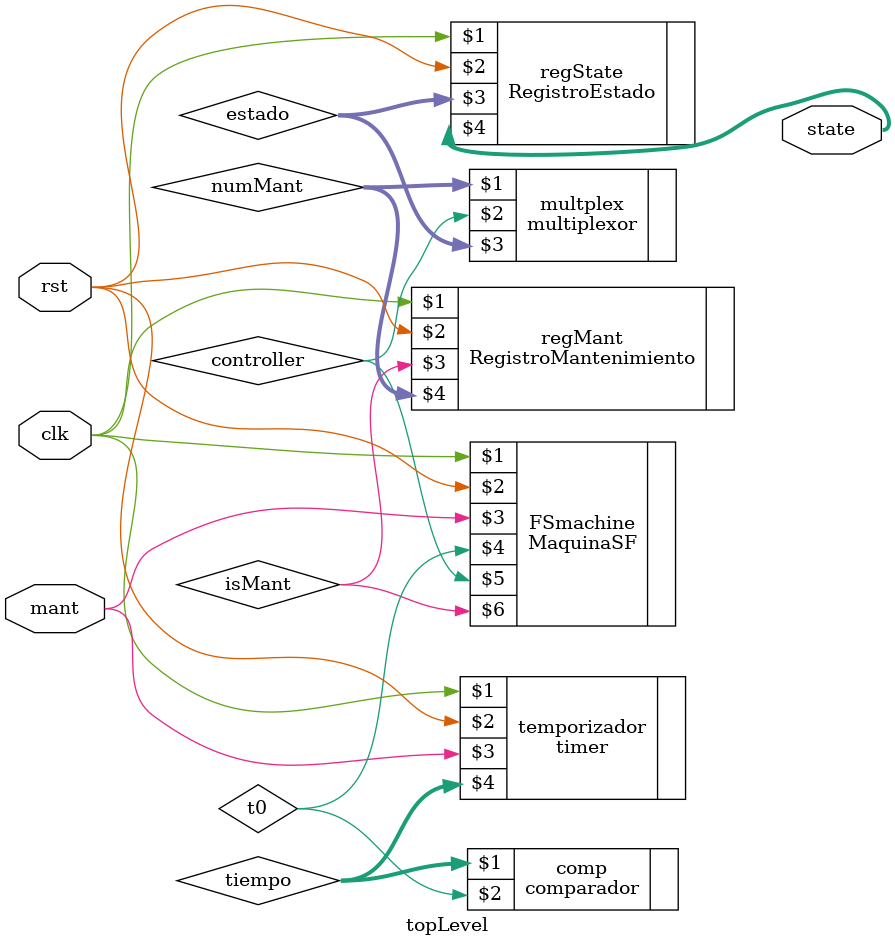
<source format=sv>
module topLevel
(
	input logic clk, rst,
	input logic mant,
	output logic [7:0] state
);
	logic [7:0] tiempo, numMant, estado;
	logic t0, controller, isMant;
	
	timer							temporizador(clk, rst, mant, tiempo);
	comparador					comp 			(tiempo, t0);
	MaquinaSF					FSmachine	(clk, rst, mant, t0, controller, isMant);
	RegistroMantenimiento	regMant		(clk, rst, isMant, numMant);
	multiplexor					multplex		(numMant, controller, estado);
	RegistroEstado				regState		(clk, rst, estado, state);
endmodule
</source>
